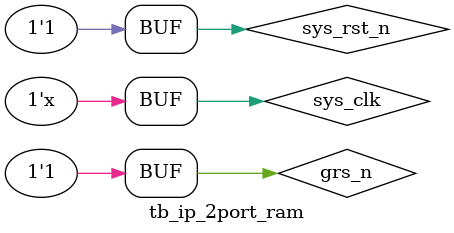
<source format=v>
`timescale 1ns / 1ps        //·ÂÕæµ¥Î»/·ÂÕæ¾«¶È

module tb_ip_2port_ram();

//È«¾Ö¸´Î»
reg  grs_n;
GTP_GRS GRS_INST(
    .GRS_N (grs_n)
    );
    
initial begin
    grs_n = 1'b0;
    #5000 grs_n = 1'b1;
end

//parameter define
parameter  CLK_PERIOD = 20; //Ê±ÖÓÖÜÆÚ 20ns

//reg define
reg     sys_clk;
reg     sys_rst_n;

//wire define
wire        ram_wr_en  ;
wire  [4:0] ram_wr_addr;
wire  [7:0] ram_wr_data;
wire  [4:0] ram_rd_addr;
wire  [7:0] ram_rd_data;

//ÐÅºÅ³õÊ¼»¯
initial begin
    sys_clk = 1'b0;
    sys_rst_n = 1'b0;
    #200
    sys_rst_n = 1'b1;
end

//²úÉúÊ±ÖÓ
always #(CLK_PERIOD/2) sys_clk = ~sys_clk;

ip_2port_ram u_ip_2port_ram(
    .sys_clk        (sys_clk    ),
    .sys_rst_n      (sys_rst_n  ),
    .ram_wr_en      (ram_wr_en  ), 
    .ram_wr_addr    (ram_wr_addr), 
    .ram_wr_data    (ram_wr_data), 
    .ram_rd_addr    (ram_rd_addr), 
    .ram_rd_data    (ram_rd_data)
    );

endmodule
</source>
